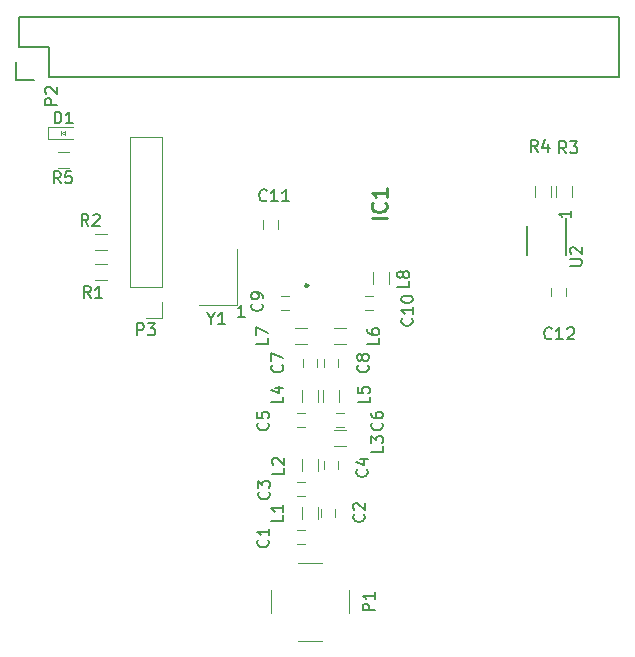
<source format=gto>
G04 #@! TF.GenerationSoftware,KiCad,Pcbnew,5.0.1-33cea8e~67~ubuntu18.04.1*
G04 #@! TF.CreationDate,2018-12-03T16:30:20-06:00*
G04 #@! TF.ProjectId,PiHatAx5043,50694861744178353034332E6B696361,V1.3*
G04 #@! TF.SameCoordinates,Original*
G04 #@! TF.FileFunction,Legend,Top*
G04 #@! TF.FilePolarity,Positive*
%FSLAX46Y46*%
G04 Gerber Fmt 4.6, Leading zero omitted, Abs format (unit mm)*
G04 Created by KiCad (PCBNEW 5.0.1-33cea8e~67~ubuntu18.04.1) date Mon 03 Dec 2018 04:30:20 PM CST*
%MOMM*%
%LPD*%
G01*
G04 APERTURE LIST*
%ADD10C,0.100000*%
%ADD11C,0.120000*%
%ADD12C,0.150000*%
%ADD13C,0.254000*%
G04 APERTURE END LIST*
D10*
G04 #@! TO.C,D1*
X54887000Y-49203000D02*
X54887000Y-49603000D01*
X54887000Y-49603000D02*
X54587000Y-49403000D01*
X54587000Y-49403000D02*
X54887000Y-49203000D01*
X54537000Y-49203000D02*
X54537000Y-49603000D01*
D11*
X53437000Y-48903000D02*
X53437000Y-49903000D01*
X53437000Y-49903000D02*
X55537000Y-49903000D01*
X53437000Y-48903000D02*
X55537000Y-48903000D01*
G04 #@! TO.C,Y1*
X66243000Y-63995000D02*
X69393000Y-63995000D01*
X69393000Y-63995000D02*
X69393000Y-59195000D01*
D12*
G04 #@! TO.C,U2*
X94006000Y-57322000D02*
X94006000Y-59772000D01*
X97256000Y-56597000D02*
X97256000Y-59772000D01*
G04 #@! TO.C,P2*
X101800000Y-39560000D02*
X51000000Y-39560000D01*
X53540000Y-44640000D02*
X101800000Y-44640000D01*
X101800000Y-39560000D02*
X101800000Y-44640000D01*
X51000000Y-39560000D02*
X51000000Y-42100000D01*
X50720000Y-43370000D02*
X50720000Y-44920000D01*
X51000000Y-42100000D02*
X53540000Y-42100000D01*
X53540000Y-42100000D02*
X53540000Y-44640000D01*
X50720000Y-44920000D02*
X52270000Y-44920000D01*
D11*
G04 #@! TO.C,C1*
X74516500Y-83029500D02*
X75216500Y-83029500D01*
X75216500Y-84229500D02*
X74516500Y-84229500D01*
G04 #@! TO.C,C2*
X76552500Y-81947500D02*
X76552500Y-81247500D01*
X77752500Y-81247500D02*
X77752500Y-81947500D01*
G04 #@! TO.C,C3*
X74516500Y-78965500D02*
X75216500Y-78965500D01*
X75216500Y-80165500D02*
X74516500Y-80165500D01*
G04 #@! TO.C,C4*
X76806500Y-77883500D02*
X76806500Y-77183500D01*
X78006500Y-77183500D02*
X78006500Y-77883500D01*
G04 #@! TO.C,C5*
X74516500Y-73123500D02*
X75216500Y-73123500D01*
X75216500Y-74323500D02*
X74516500Y-74323500D01*
G04 #@! TO.C,C6*
X78518500Y-74323500D02*
X77818500Y-74323500D01*
X77818500Y-73123500D02*
X78518500Y-73123500D01*
G04 #@! TO.C,C7*
X75028500Y-69247500D02*
X75028500Y-68547500D01*
X76228500Y-68547500D02*
X76228500Y-69247500D01*
G04 #@! TO.C,C8*
X76806500Y-69247500D02*
X76806500Y-68547500D01*
X78006500Y-68547500D02*
X78006500Y-69247500D01*
G04 #@! TO.C,C9*
X73119500Y-63217500D02*
X73819500Y-63217500D01*
X73819500Y-64417500D02*
X73119500Y-64417500D01*
G04 #@! TO.C,C10*
X80931500Y-64417500D02*
X80231500Y-64417500D01*
X80231500Y-63217500D02*
X80931500Y-63217500D01*
G04 #@! TO.C,C11*
X72863000Y-56800000D02*
X72863000Y-57500000D01*
X71663000Y-57500000D02*
X71663000Y-56800000D01*
G04 #@! TO.C,C12*
X96047000Y-63215000D02*
X96047000Y-62515000D01*
X97247000Y-62515000D02*
X97247000Y-63215000D01*
G04 #@! TO.C,L1*
X74948500Y-82097500D02*
X74948500Y-81097500D01*
X76308500Y-81097500D02*
X76308500Y-82097500D01*
G04 #@! TO.C,L2*
X74948500Y-78033500D02*
X74948500Y-77033500D01*
X76308500Y-77033500D02*
X76308500Y-78033500D01*
G04 #@! TO.C,L3*
X77668500Y-74567500D02*
X78668500Y-74567500D01*
X78668500Y-75927500D02*
X77668500Y-75927500D01*
G04 #@! TO.C,L4*
X74948500Y-72191500D02*
X74948500Y-71191500D01*
X76308500Y-71191500D02*
X76308500Y-72191500D01*
G04 #@! TO.C,L5*
X76726500Y-72191500D02*
X76726500Y-71191500D01*
X78086500Y-71191500D02*
X78086500Y-72191500D01*
G04 #@! TO.C,L6*
X77668500Y-65931500D02*
X78668500Y-65931500D01*
X78668500Y-67291500D02*
X77668500Y-67291500D01*
G04 #@! TO.C,L7*
X75366500Y-67291500D02*
X74366500Y-67291500D01*
X74366500Y-65931500D02*
X75366500Y-65931500D01*
G04 #@! TO.C,L8*
X80917500Y-62158500D02*
X80917500Y-61158500D01*
X82277500Y-61158500D02*
X82277500Y-62158500D01*
G04 #@! TO.C,P1*
X78928500Y-88090500D02*
X78928500Y-90090500D01*
X72328500Y-88090500D02*
X72328500Y-90090500D01*
X76628500Y-92390500D02*
X74628500Y-92390500D01*
X76628500Y-85790500D02*
X74628500Y-85790500D01*
G04 #@! TO.C,P3*
X63052000Y-49724000D02*
X60392000Y-49724000D01*
X63052000Y-62484000D02*
X63052000Y-49724000D01*
X60392000Y-62484000D02*
X60392000Y-49724000D01*
X63052000Y-62484000D02*
X60392000Y-62484000D01*
X63052000Y-63754000D02*
X63052000Y-65084000D01*
X63052000Y-65084000D02*
X61722000Y-65084000D01*
G04 #@! TO.C,R1*
X57412000Y-60534000D02*
X58412000Y-60534000D01*
X58412000Y-61894000D02*
X57412000Y-61894000D01*
G04 #@! TO.C,R2*
X57412000Y-57994000D02*
X58412000Y-57994000D01*
X58412000Y-59354000D02*
X57412000Y-59354000D01*
G04 #@! TO.C,R3*
X96475000Y-54856000D02*
X96475000Y-53856000D01*
X97835000Y-53856000D02*
X97835000Y-54856000D01*
G04 #@! TO.C,R4*
X94697000Y-54856000D02*
X94697000Y-53856000D01*
X96057000Y-53856000D02*
X96057000Y-54856000D01*
G04 #@! TO.C,R5*
X55237000Y-52369000D02*
X54237000Y-52369000D01*
X54237000Y-51009000D02*
X55237000Y-51009000D01*
D13*
G04 #@! TO.C,IC1*
X75453840Y-62319000D02*
G75*
G03X75453840Y-62319000I-125000J0D01*
G01*
G04 #@! TO.C,D1*
D12*
X53998904Y-48605380D02*
X53998904Y-47605380D01*
X54237000Y-47605380D01*
X54379857Y-47653000D01*
X54475095Y-47748238D01*
X54522714Y-47843476D01*
X54570333Y-48033952D01*
X54570333Y-48176809D01*
X54522714Y-48367285D01*
X54475095Y-48462523D01*
X54379857Y-48557761D01*
X54237000Y-48605380D01*
X53998904Y-48605380D01*
X55522714Y-48605380D02*
X54951285Y-48605380D01*
X55237000Y-48605380D02*
X55237000Y-47605380D01*
X55141761Y-47748238D01*
X55046523Y-47843476D01*
X54951285Y-47891095D01*
G04 #@! TO.C,Y1*
X67214809Y-65127190D02*
X67214809Y-65603380D01*
X66881476Y-64603380D02*
X67214809Y-65127190D01*
X67548142Y-64603380D01*
X68405285Y-65603380D02*
X67833857Y-65603380D01*
X68119571Y-65603380D02*
X68119571Y-64603380D01*
X68024333Y-64746238D01*
X67929095Y-64841476D01*
X67833857Y-64889095D01*
X70072214Y-64968380D02*
X69500785Y-64968380D01*
X69786500Y-64968380D02*
X69786500Y-63968380D01*
X69691261Y-64111238D01*
X69596023Y-64206476D01*
X69500785Y-64254095D01*
G04 #@! TO.C,U2*
X97623380Y-60642404D02*
X98432904Y-60642404D01*
X98528142Y-60594785D01*
X98575761Y-60547166D01*
X98623380Y-60451928D01*
X98623380Y-60261452D01*
X98575761Y-60166214D01*
X98528142Y-60118595D01*
X98432904Y-60070976D01*
X97623380Y-60070976D01*
X97718619Y-59642404D02*
X97671000Y-59594785D01*
X97623380Y-59499547D01*
X97623380Y-59261452D01*
X97671000Y-59166214D01*
X97718619Y-59118595D01*
X97813857Y-59070976D01*
X97909095Y-59070976D01*
X98051952Y-59118595D01*
X98623380Y-59690023D01*
X98623380Y-59070976D01*
X97670880Y-55975285D02*
X97670880Y-56546714D01*
X97670880Y-56261000D02*
X96670880Y-56261000D01*
X96813738Y-56356238D01*
X96908976Y-56451476D01*
X96956595Y-56546714D01*
G04 #@! TO.C,P2*
X54173380Y-47029595D02*
X53173380Y-47029595D01*
X53173380Y-46648642D01*
X53221000Y-46553404D01*
X53268619Y-46505785D01*
X53363857Y-46458166D01*
X53506714Y-46458166D01*
X53601952Y-46505785D01*
X53649571Y-46553404D01*
X53697190Y-46648642D01*
X53697190Y-47029595D01*
X53268619Y-46077214D02*
X53221000Y-46029595D01*
X53173380Y-45934357D01*
X53173380Y-45696261D01*
X53221000Y-45601023D01*
X53268619Y-45553404D01*
X53363857Y-45505785D01*
X53459095Y-45505785D01*
X53601952Y-45553404D01*
X54173380Y-46124833D01*
X54173380Y-45505785D01*
G04 #@! TO.C,C1*
X72048642Y-83859666D02*
X72096261Y-83907285D01*
X72143880Y-84050142D01*
X72143880Y-84145380D01*
X72096261Y-84288238D01*
X72001023Y-84383476D01*
X71905785Y-84431095D01*
X71715309Y-84478714D01*
X71572452Y-84478714D01*
X71381976Y-84431095D01*
X71286738Y-84383476D01*
X71191500Y-84288238D01*
X71143880Y-84145380D01*
X71143880Y-84050142D01*
X71191500Y-83907285D01*
X71239119Y-83859666D01*
X72143880Y-82907285D02*
X72143880Y-83478714D01*
X72143880Y-83193000D02*
X71143880Y-83193000D01*
X71286738Y-83288238D01*
X71381976Y-83383476D01*
X71429595Y-83478714D01*
G04 #@! TO.C,C2*
X80176642Y-81700666D02*
X80224261Y-81748285D01*
X80271880Y-81891142D01*
X80271880Y-81986380D01*
X80224261Y-82129238D01*
X80129023Y-82224476D01*
X80033785Y-82272095D01*
X79843309Y-82319714D01*
X79700452Y-82319714D01*
X79509976Y-82272095D01*
X79414738Y-82224476D01*
X79319500Y-82129238D01*
X79271880Y-81986380D01*
X79271880Y-81891142D01*
X79319500Y-81748285D01*
X79367119Y-81700666D01*
X79367119Y-81319714D02*
X79319500Y-81272095D01*
X79271880Y-81176857D01*
X79271880Y-80938761D01*
X79319500Y-80843523D01*
X79367119Y-80795904D01*
X79462357Y-80748285D01*
X79557595Y-80748285D01*
X79700452Y-80795904D01*
X80271880Y-81367333D01*
X80271880Y-80748285D01*
G04 #@! TO.C,C3*
X72112142Y-79795666D02*
X72159761Y-79843285D01*
X72207380Y-79986142D01*
X72207380Y-80081380D01*
X72159761Y-80224238D01*
X72064523Y-80319476D01*
X71969285Y-80367095D01*
X71778809Y-80414714D01*
X71635952Y-80414714D01*
X71445476Y-80367095D01*
X71350238Y-80319476D01*
X71255000Y-80224238D01*
X71207380Y-80081380D01*
X71207380Y-79986142D01*
X71255000Y-79843285D01*
X71302619Y-79795666D01*
X71207380Y-79462333D02*
X71207380Y-78843285D01*
X71588333Y-79176619D01*
X71588333Y-79033761D01*
X71635952Y-78938523D01*
X71683571Y-78890904D01*
X71778809Y-78843285D01*
X72016904Y-78843285D01*
X72112142Y-78890904D01*
X72159761Y-78938523D01*
X72207380Y-79033761D01*
X72207380Y-79319476D01*
X72159761Y-79414714D01*
X72112142Y-79462333D01*
G04 #@! TO.C,C4*
X80430642Y-77890666D02*
X80478261Y-77938285D01*
X80525880Y-78081142D01*
X80525880Y-78176380D01*
X80478261Y-78319238D01*
X80383023Y-78414476D01*
X80287785Y-78462095D01*
X80097309Y-78509714D01*
X79954452Y-78509714D01*
X79763976Y-78462095D01*
X79668738Y-78414476D01*
X79573500Y-78319238D01*
X79525880Y-78176380D01*
X79525880Y-78081142D01*
X79573500Y-77938285D01*
X79621119Y-77890666D01*
X79859214Y-77033523D02*
X80525880Y-77033523D01*
X79478261Y-77271619D02*
X80192547Y-77509714D01*
X80192547Y-76890666D01*
G04 #@! TO.C,C5*
X72048642Y-73953666D02*
X72096261Y-74001285D01*
X72143880Y-74144142D01*
X72143880Y-74239380D01*
X72096261Y-74382238D01*
X72001023Y-74477476D01*
X71905785Y-74525095D01*
X71715309Y-74572714D01*
X71572452Y-74572714D01*
X71381976Y-74525095D01*
X71286738Y-74477476D01*
X71191500Y-74382238D01*
X71143880Y-74239380D01*
X71143880Y-74144142D01*
X71191500Y-74001285D01*
X71239119Y-73953666D01*
X71143880Y-73048904D02*
X71143880Y-73525095D01*
X71620071Y-73572714D01*
X71572452Y-73525095D01*
X71524833Y-73429857D01*
X71524833Y-73191761D01*
X71572452Y-73096523D01*
X71620071Y-73048904D01*
X71715309Y-73001285D01*
X71953404Y-73001285D01*
X72048642Y-73048904D01*
X72096261Y-73096523D01*
X72143880Y-73191761D01*
X72143880Y-73429857D01*
X72096261Y-73525095D01*
X72048642Y-73572714D01*
G04 #@! TO.C,C6*
X81700642Y-73953666D02*
X81748261Y-74001285D01*
X81795880Y-74144142D01*
X81795880Y-74239380D01*
X81748261Y-74382238D01*
X81653023Y-74477476D01*
X81557785Y-74525095D01*
X81367309Y-74572714D01*
X81224452Y-74572714D01*
X81033976Y-74525095D01*
X80938738Y-74477476D01*
X80843500Y-74382238D01*
X80795880Y-74239380D01*
X80795880Y-74144142D01*
X80843500Y-74001285D01*
X80891119Y-73953666D01*
X80795880Y-73096523D02*
X80795880Y-73287000D01*
X80843500Y-73382238D01*
X80891119Y-73429857D01*
X81033976Y-73525095D01*
X81224452Y-73572714D01*
X81605404Y-73572714D01*
X81700642Y-73525095D01*
X81748261Y-73477476D01*
X81795880Y-73382238D01*
X81795880Y-73191761D01*
X81748261Y-73096523D01*
X81700642Y-73048904D01*
X81605404Y-73001285D01*
X81367309Y-73001285D01*
X81272071Y-73048904D01*
X81224452Y-73096523D01*
X81176833Y-73191761D01*
X81176833Y-73382238D01*
X81224452Y-73477476D01*
X81272071Y-73525095D01*
X81367309Y-73572714D01*
G04 #@! TO.C,C7*
X73255142Y-69064166D02*
X73302761Y-69111785D01*
X73350380Y-69254642D01*
X73350380Y-69349880D01*
X73302761Y-69492738D01*
X73207523Y-69587976D01*
X73112285Y-69635595D01*
X72921809Y-69683214D01*
X72778952Y-69683214D01*
X72588476Y-69635595D01*
X72493238Y-69587976D01*
X72398000Y-69492738D01*
X72350380Y-69349880D01*
X72350380Y-69254642D01*
X72398000Y-69111785D01*
X72445619Y-69064166D01*
X72350380Y-68730833D02*
X72350380Y-68064166D01*
X73350380Y-68492738D01*
G04 #@! TO.C,C8*
X80494142Y-69064166D02*
X80541761Y-69111785D01*
X80589380Y-69254642D01*
X80589380Y-69349880D01*
X80541761Y-69492738D01*
X80446523Y-69587976D01*
X80351285Y-69635595D01*
X80160809Y-69683214D01*
X80017952Y-69683214D01*
X79827476Y-69635595D01*
X79732238Y-69587976D01*
X79637000Y-69492738D01*
X79589380Y-69349880D01*
X79589380Y-69254642D01*
X79637000Y-69111785D01*
X79684619Y-69064166D01*
X80017952Y-68492738D02*
X79970333Y-68587976D01*
X79922714Y-68635595D01*
X79827476Y-68683214D01*
X79779857Y-68683214D01*
X79684619Y-68635595D01*
X79637000Y-68587976D01*
X79589380Y-68492738D01*
X79589380Y-68302261D01*
X79637000Y-68207023D01*
X79684619Y-68159404D01*
X79779857Y-68111785D01*
X79827476Y-68111785D01*
X79922714Y-68159404D01*
X79970333Y-68207023D01*
X80017952Y-68302261D01*
X80017952Y-68492738D01*
X80065571Y-68587976D01*
X80113190Y-68635595D01*
X80208428Y-68683214D01*
X80398904Y-68683214D01*
X80494142Y-68635595D01*
X80541761Y-68587976D01*
X80589380Y-68492738D01*
X80589380Y-68302261D01*
X80541761Y-68207023D01*
X80494142Y-68159404D01*
X80398904Y-68111785D01*
X80208428Y-68111785D01*
X80113190Y-68159404D01*
X80065571Y-68207023D01*
X80017952Y-68302261D01*
G04 #@! TO.C,C9*
X71540642Y-63857166D02*
X71588261Y-63904785D01*
X71635880Y-64047642D01*
X71635880Y-64142880D01*
X71588261Y-64285738D01*
X71493023Y-64380976D01*
X71397785Y-64428595D01*
X71207309Y-64476214D01*
X71064452Y-64476214D01*
X70873976Y-64428595D01*
X70778738Y-64380976D01*
X70683500Y-64285738D01*
X70635880Y-64142880D01*
X70635880Y-64047642D01*
X70683500Y-63904785D01*
X70731119Y-63857166D01*
X71635880Y-63380976D02*
X71635880Y-63190500D01*
X71588261Y-63095261D01*
X71540642Y-63047642D01*
X71397785Y-62952404D01*
X71207309Y-62904785D01*
X70826357Y-62904785D01*
X70731119Y-62952404D01*
X70683500Y-63000023D01*
X70635880Y-63095261D01*
X70635880Y-63285738D01*
X70683500Y-63380976D01*
X70731119Y-63428595D01*
X70826357Y-63476214D01*
X71064452Y-63476214D01*
X71159690Y-63428595D01*
X71207309Y-63380976D01*
X71254928Y-63285738D01*
X71254928Y-63095261D01*
X71207309Y-63000023D01*
X71159690Y-62952404D01*
X71064452Y-62904785D01*
G04 #@! TO.C,C10*
X84240642Y-65095357D02*
X84288261Y-65142976D01*
X84335880Y-65285833D01*
X84335880Y-65381071D01*
X84288261Y-65523928D01*
X84193023Y-65619166D01*
X84097785Y-65666785D01*
X83907309Y-65714404D01*
X83764452Y-65714404D01*
X83573976Y-65666785D01*
X83478738Y-65619166D01*
X83383500Y-65523928D01*
X83335880Y-65381071D01*
X83335880Y-65285833D01*
X83383500Y-65142976D01*
X83431119Y-65095357D01*
X84335880Y-64142976D02*
X84335880Y-64714404D01*
X84335880Y-64428690D02*
X83335880Y-64428690D01*
X83478738Y-64523928D01*
X83573976Y-64619166D01*
X83621595Y-64714404D01*
X83335880Y-63523928D02*
X83335880Y-63428690D01*
X83383500Y-63333452D01*
X83431119Y-63285833D01*
X83526357Y-63238214D01*
X83716833Y-63190595D01*
X83954928Y-63190595D01*
X84145404Y-63238214D01*
X84240642Y-63285833D01*
X84288261Y-63333452D01*
X84335880Y-63428690D01*
X84335880Y-63523928D01*
X84288261Y-63619166D01*
X84240642Y-63666785D01*
X84145404Y-63714404D01*
X83954928Y-63762023D01*
X83716833Y-63762023D01*
X83526357Y-63714404D01*
X83431119Y-63666785D01*
X83383500Y-63619166D01*
X83335880Y-63523928D01*
G04 #@! TO.C,C11*
X71937642Y-55094142D02*
X71890023Y-55141761D01*
X71747166Y-55189380D01*
X71651928Y-55189380D01*
X71509071Y-55141761D01*
X71413833Y-55046523D01*
X71366214Y-54951285D01*
X71318595Y-54760809D01*
X71318595Y-54617952D01*
X71366214Y-54427476D01*
X71413833Y-54332238D01*
X71509071Y-54237000D01*
X71651928Y-54189380D01*
X71747166Y-54189380D01*
X71890023Y-54237000D01*
X71937642Y-54284619D01*
X72890023Y-55189380D02*
X72318595Y-55189380D01*
X72604309Y-55189380D02*
X72604309Y-54189380D01*
X72509071Y-54332238D01*
X72413833Y-54427476D01*
X72318595Y-54475095D01*
X73842404Y-55189380D02*
X73270976Y-55189380D01*
X73556690Y-55189380D02*
X73556690Y-54189380D01*
X73461452Y-54332238D01*
X73366214Y-54427476D01*
X73270976Y-54475095D01*
G04 #@! TO.C,C12*
X96067642Y-66778142D02*
X96020023Y-66825761D01*
X95877166Y-66873380D01*
X95781928Y-66873380D01*
X95639071Y-66825761D01*
X95543833Y-66730523D01*
X95496214Y-66635285D01*
X95448595Y-66444809D01*
X95448595Y-66301952D01*
X95496214Y-66111476D01*
X95543833Y-66016238D01*
X95639071Y-65921000D01*
X95781928Y-65873380D01*
X95877166Y-65873380D01*
X96020023Y-65921000D01*
X96067642Y-65968619D01*
X97020023Y-66873380D02*
X96448595Y-66873380D01*
X96734309Y-66873380D02*
X96734309Y-65873380D01*
X96639071Y-66016238D01*
X96543833Y-66111476D01*
X96448595Y-66159095D01*
X97400976Y-65968619D02*
X97448595Y-65921000D01*
X97543833Y-65873380D01*
X97781928Y-65873380D01*
X97877166Y-65921000D01*
X97924785Y-65968619D01*
X97972404Y-66063857D01*
X97972404Y-66159095D01*
X97924785Y-66301952D01*
X97353357Y-66873380D01*
X97972404Y-66873380D01*
G04 #@! TO.C,L1*
X73350380Y-81764166D02*
X73350380Y-82240357D01*
X72350380Y-82240357D01*
X73350380Y-80907023D02*
X73350380Y-81478452D01*
X73350380Y-81192738D02*
X72350380Y-81192738D01*
X72493238Y-81287976D01*
X72588476Y-81383214D01*
X72636095Y-81478452D01*
G04 #@! TO.C,L2*
X73413880Y-77763666D02*
X73413880Y-78239857D01*
X72413880Y-78239857D01*
X72509119Y-77477952D02*
X72461500Y-77430333D01*
X72413880Y-77335095D01*
X72413880Y-77097000D01*
X72461500Y-77001761D01*
X72509119Y-76954142D01*
X72604357Y-76906523D01*
X72699595Y-76906523D01*
X72842452Y-76954142D01*
X73413880Y-77525571D01*
X73413880Y-76906523D01*
G04 #@! TO.C,L3*
X81795880Y-75922166D02*
X81795880Y-76398357D01*
X80795880Y-76398357D01*
X80795880Y-75684071D02*
X80795880Y-75065023D01*
X81176833Y-75398357D01*
X81176833Y-75255500D01*
X81224452Y-75160261D01*
X81272071Y-75112642D01*
X81367309Y-75065023D01*
X81605404Y-75065023D01*
X81700642Y-75112642D01*
X81748261Y-75160261D01*
X81795880Y-75255500D01*
X81795880Y-75541214D01*
X81748261Y-75636452D01*
X81700642Y-75684071D01*
G04 #@! TO.C,L4*
X73350380Y-71731166D02*
X73350380Y-72207357D01*
X72350380Y-72207357D01*
X72683714Y-70969261D02*
X73350380Y-70969261D01*
X72302761Y-71207357D02*
X73017047Y-71445452D01*
X73017047Y-70826404D01*
G04 #@! TO.C,L5*
X80652880Y-71731166D02*
X80652880Y-72207357D01*
X79652880Y-72207357D01*
X79652880Y-70921642D02*
X79652880Y-71397833D01*
X80129071Y-71445452D01*
X80081452Y-71397833D01*
X80033833Y-71302595D01*
X80033833Y-71064500D01*
X80081452Y-70969261D01*
X80129071Y-70921642D01*
X80224309Y-70874023D01*
X80462404Y-70874023D01*
X80557642Y-70921642D01*
X80605261Y-70969261D01*
X80652880Y-71064500D01*
X80652880Y-71302595D01*
X80605261Y-71397833D01*
X80557642Y-71445452D01*
G04 #@! TO.C,L6*
X81478380Y-66778166D02*
X81478380Y-67254357D01*
X80478380Y-67254357D01*
X80478380Y-66016261D02*
X80478380Y-66206738D01*
X80526000Y-66301976D01*
X80573619Y-66349595D01*
X80716476Y-66444833D01*
X80906952Y-66492452D01*
X81287904Y-66492452D01*
X81383142Y-66444833D01*
X81430761Y-66397214D01*
X81478380Y-66301976D01*
X81478380Y-66111500D01*
X81430761Y-66016261D01*
X81383142Y-65968642D01*
X81287904Y-65921023D01*
X81049809Y-65921023D01*
X80954571Y-65968642D01*
X80906952Y-66016261D01*
X80859333Y-66111500D01*
X80859333Y-66301976D01*
X80906952Y-66397214D01*
X80954571Y-66444833D01*
X81049809Y-66492452D01*
G04 #@! TO.C,L7*
X72016880Y-66778166D02*
X72016880Y-67254357D01*
X71016880Y-67254357D01*
X71016880Y-66540071D02*
X71016880Y-65873404D01*
X72016880Y-66301976D01*
G04 #@! TO.C,L8*
X84018380Y-61952166D02*
X84018380Y-62428357D01*
X83018380Y-62428357D01*
X83446952Y-61475976D02*
X83399333Y-61571214D01*
X83351714Y-61618833D01*
X83256476Y-61666452D01*
X83208857Y-61666452D01*
X83113619Y-61618833D01*
X83066000Y-61571214D01*
X83018380Y-61475976D01*
X83018380Y-61285500D01*
X83066000Y-61190261D01*
X83113619Y-61142642D01*
X83208857Y-61095023D01*
X83256476Y-61095023D01*
X83351714Y-61142642D01*
X83399333Y-61190261D01*
X83446952Y-61285500D01*
X83446952Y-61475976D01*
X83494571Y-61571214D01*
X83542190Y-61618833D01*
X83637428Y-61666452D01*
X83827904Y-61666452D01*
X83923142Y-61618833D01*
X83970761Y-61571214D01*
X84018380Y-61475976D01*
X84018380Y-61285500D01*
X83970761Y-61190261D01*
X83923142Y-61142642D01*
X83827904Y-61095023D01*
X83637428Y-61095023D01*
X83542190Y-61142642D01*
X83494571Y-61190261D01*
X83446952Y-61285500D01*
G04 #@! TO.C,P1*
X81080880Y-89828595D02*
X80080880Y-89828595D01*
X80080880Y-89447642D01*
X80128500Y-89352404D01*
X80176119Y-89304785D01*
X80271357Y-89257166D01*
X80414214Y-89257166D01*
X80509452Y-89304785D01*
X80557071Y-89352404D01*
X80604690Y-89447642D01*
X80604690Y-89828595D01*
X81080880Y-88304785D02*
X81080880Y-88876214D01*
X81080880Y-88590500D02*
X80080880Y-88590500D01*
X80223738Y-88685738D01*
X80318976Y-88780976D01*
X80366595Y-88876214D01*
G04 #@! TO.C,P3*
X60983904Y-66536380D02*
X60983904Y-65536380D01*
X61364857Y-65536380D01*
X61460095Y-65584000D01*
X61507714Y-65631619D01*
X61555333Y-65726857D01*
X61555333Y-65869714D01*
X61507714Y-65964952D01*
X61460095Y-66012571D01*
X61364857Y-66060190D01*
X60983904Y-66060190D01*
X61888666Y-65536380D02*
X62507714Y-65536380D01*
X62174380Y-65917333D01*
X62317238Y-65917333D01*
X62412476Y-65964952D01*
X62460095Y-66012571D01*
X62507714Y-66107809D01*
X62507714Y-66345904D01*
X62460095Y-66441142D01*
X62412476Y-66488761D01*
X62317238Y-66536380D01*
X62031523Y-66536380D01*
X61936285Y-66488761D01*
X61888666Y-66441142D01*
G04 #@! TO.C,R1*
X57046833Y-63380880D02*
X56713500Y-62904690D01*
X56475404Y-63380880D02*
X56475404Y-62380880D01*
X56856357Y-62380880D01*
X56951595Y-62428500D01*
X56999214Y-62476119D01*
X57046833Y-62571357D01*
X57046833Y-62714214D01*
X56999214Y-62809452D01*
X56951595Y-62857071D01*
X56856357Y-62904690D01*
X56475404Y-62904690D01*
X57999214Y-63380880D02*
X57427785Y-63380880D01*
X57713500Y-63380880D02*
X57713500Y-62380880D01*
X57618261Y-62523738D01*
X57523023Y-62618976D01*
X57427785Y-62666595D01*
G04 #@! TO.C,R2*
X56856333Y-57284880D02*
X56523000Y-56808690D01*
X56284904Y-57284880D02*
X56284904Y-56284880D01*
X56665857Y-56284880D01*
X56761095Y-56332500D01*
X56808714Y-56380119D01*
X56856333Y-56475357D01*
X56856333Y-56618214D01*
X56808714Y-56713452D01*
X56761095Y-56761071D01*
X56665857Y-56808690D01*
X56284904Y-56808690D01*
X57237285Y-56380119D02*
X57284904Y-56332500D01*
X57380142Y-56284880D01*
X57618238Y-56284880D01*
X57713476Y-56332500D01*
X57761095Y-56380119D01*
X57808714Y-56475357D01*
X57808714Y-56570595D01*
X57761095Y-56713452D01*
X57189666Y-57284880D01*
X57808714Y-57284880D01*
G04 #@! TO.C,R3*
X97305833Y-51125380D02*
X96972500Y-50649190D01*
X96734404Y-51125380D02*
X96734404Y-50125380D01*
X97115357Y-50125380D01*
X97210595Y-50173000D01*
X97258214Y-50220619D01*
X97305833Y-50315857D01*
X97305833Y-50458714D01*
X97258214Y-50553952D01*
X97210595Y-50601571D01*
X97115357Y-50649190D01*
X96734404Y-50649190D01*
X97639166Y-50125380D02*
X98258214Y-50125380D01*
X97924880Y-50506333D01*
X98067738Y-50506333D01*
X98162976Y-50553952D01*
X98210595Y-50601571D01*
X98258214Y-50696809D01*
X98258214Y-50934904D01*
X98210595Y-51030142D01*
X98162976Y-51077761D01*
X98067738Y-51125380D01*
X97782023Y-51125380D01*
X97686785Y-51077761D01*
X97639166Y-51030142D01*
G04 #@! TO.C,R4*
X94892833Y-50998380D02*
X94559500Y-50522190D01*
X94321404Y-50998380D02*
X94321404Y-49998380D01*
X94702357Y-49998380D01*
X94797595Y-50046000D01*
X94845214Y-50093619D01*
X94892833Y-50188857D01*
X94892833Y-50331714D01*
X94845214Y-50426952D01*
X94797595Y-50474571D01*
X94702357Y-50522190D01*
X94321404Y-50522190D01*
X95749976Y-50331714D02*
X95749976Y-50998380D01*
X95511880Y-49950761D02*
X95273785Y-50665047D01*
X95892833Y-50665047D01*
G04 #@! TO.C,R5*
X54506833Y-53665380D02*
X54173500Y-53189190D01*
X53935404Y-53665380D02*
X53935404Y-52665380D01*
X54316357Y-52665380D01*
X54411595Y-52713000D01*
X54459214Y-52760619D01*
X54506833Y-52855857D01*
X54506833Y-52998714D01*
X54459214Y-53093952D01*
X54411595Y-53141571D01*
X54316357Y-53189190D01*
X53935404Y-53189190D01*
X55411595Y-52665380D02*
X54935404Y-52665380D01*
X54887785Y-53141571D01*
X54935404Y-53093952D01*
X55030642Y-53046333D01*
X55268738Y-53046333D01*
X55363976Y-53093952D01*
X55411595Y-53141571D01*
X55459214Y-53236809D01*
X55459214Y-53474904D01*
X55411595Y-53570142D01*
X55363976Y-53617761D01*
X55268738Y-53665380D01*
X55030642Y-53665380D01*
X54935404Y-53617761D01*
X54887785Y-53570142D01*
G04 #@! TO.C,IC1*
D13*
X82088203Y-56642241D02*
X80818203Y-56642241D01*
X81967251Y-55311765D02*
X82027727Y-55372241D01*
X82088203Y-55553670D01*
X82088203Y-55674622D01*
X82027727Y-55856051D01*
X81906775Y-55977003D01*
X81785822Y-56037480D01*
X81543918Y-56097956D01*
X81362489Y-56097956D01*
X81120584Y-56037480D01*
X80999632Y-55977003D01*
X80878680Y-55856051D01*
X80818203Y-55674622D01*
X80818203Y-55553670D01*
X80878680Y-55372241D01*
X80939156Y-55311765D01*
X82088203Y-54102241D02*
X82088203Y-54827956D01*
X82088203Y-54465099D02*
X80818203Y-54465099D01*
X80999632Y-54586051D01*
X81120584Y-54707003D01*
X81181060Y-54827956D01*
G04 #@! TD*
M02*

</source>
